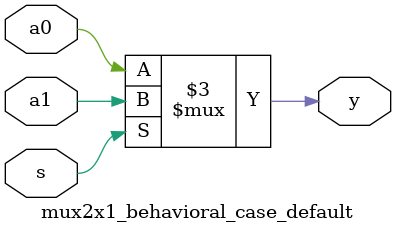
<source format=v>
/************************************************
  The Verilog HDL code example is from the book
  Computer Principles and Design in Verilog HDL
  by Yamin Li, published by A JOHN WILEY & SONS
************************************************/
module mux2x1_behavioral_case_default (a0,a1,s,y);   // multiplexer, default
    input  s, a0, a1;                                // inputs
    output y;                                        // output
    reg    y;                                        // y cannot be a wire
    always @ (s or a0 or a1) begin                   // always block
        case (s)                                     // cases:
            1'b1:    y = a1;                         // if (s == 1) y = a1;
            default: y = a0;                         // other cases y = a0;
        endcase
    end
endmodule

</source>
